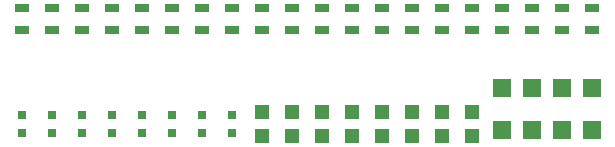
<source format=gtp>
G75*
%MOIN*%
%OFA0B0*%
%FSLAX25Y25*%
%IPPOS*%
%LPD*%
%AMOC8*
5,1,8,0,0,1.08239X$1,22.5*
%
%ADD10R,0.05906X0.05906*%
%ADD11R,0.03150X0.03150*%
%ADD12R,0.04724X0.04724*%
%ADD13R,0.04724X0.03150*%
D10*
X0171604Y0037410D03*
X0181604Y0037410D03*
X0191604Y0037410D03*
X0201604Y0037410D03*
X0201604Y0051190D03*
X0191604Y0051190D03*
X0181604Y0051190D03*
X0171604Y0051190D03*
D11*
X0011604Y0036347D03*
X0011604Y0042253D03*
X0021604Y0042253D03*
X0021604Y0036347D03*
X0031604Y0036347D03*
X0031604Y0042253D03*
X0041604Y0042253D03*
X0041604Y0036347D03*
X0051604Y0036347D03*
X0051604Y0042253D03*
X0061604Y0042253D03*
X0061604Y0036347D03*
X0071604Y0036347D03*
X0071604Y0042253D03*
X0081604Y0042253D03*
X0081604Y0036347D03*
D12*
X0091604Y0035166D03*
X0091604Y0043434D03*
X0101604Y0043434D03*
X0101604Y0035166D03*
X0111604Y0035166D03*
X0111604Y0043434D03*
X0121604Y0043434D03*
X0121604Y0035166D03*
X0131604Y0035166D03*
X0131604Y0043434D03*
X0141604Y0043434D03*
X0141604Y0035166D03*
X0151604Y0035166D03*
X0151604Y0043434D03*
X0161604Y0043434D03*
X0161604Y0035166D03*
D13*
X0161604Y0070757D03*
X0161604Y0077843D03*
X0151604Y0077843D03*
X0151604Y0070757D03*
X0141604Y0070757D03*
X0141604Y0077843D03*
X0131604Y0077843D03*
X0131604Y0070757D03*
X0121604Y0070757D03*
X0121604Y0077843D03*
X0111604Y0077843D03*
X0111604Y0070757D03*
X0101604Y0070757D03*
X0101604Y0077843D03*
X0091604Y0077843D03*
X0091604Y0070757D03*
X0081604Y0070757D03*
X0081604Y0077843D03*
X0071604Y0077843D03*
X0071604Y0070757D03*
X0061604Y0070757D03*
X0061604Y0077843D03*
X0051604Y0077843D03*
X0051604Y0070757D03*
X0041604Y0070757D03*
X0041604Y0077843D03*
X0031604Y0077843D03*
X0031604Y0070757D03*
X0021604Y0070757D03*
X0021604Y0077843D03*
X0011604Y0077843D03*
X0011604Y0070757D03*
X0171604Y0070757D03*
X0171604Y0077843D03*
X0181604Y0077843D03*
X0181604Y0070757D03*
X0191604Y0070757D03*
X0191604Y0077843D03*
X0201604Y0077843D03*
X0201604Y0070757D03*
M02*

</source>
